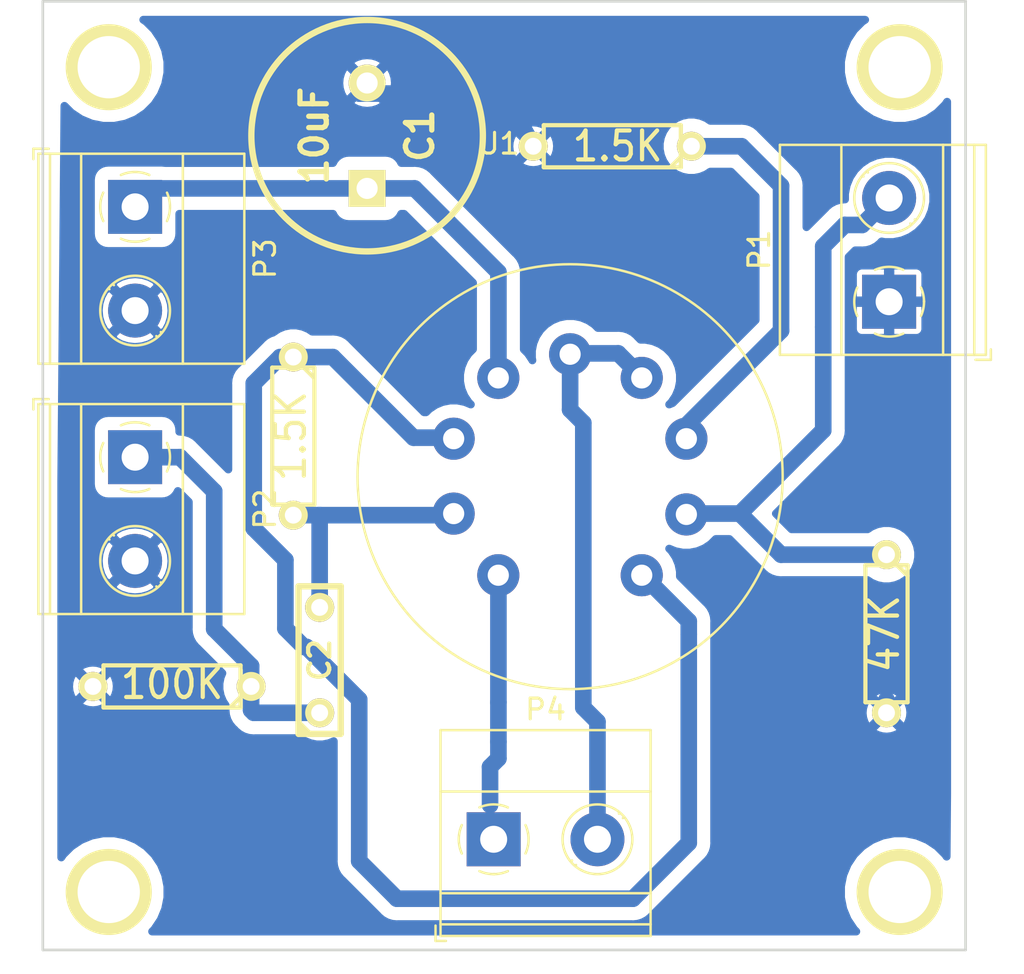
<source format=kicad_pcb>
(kicad_pcb (version 20171130) (host pcbnew "(5.0.0-rc2-151-g11ab8f6dc)")

  (general
    (thickness 1.6002)
    (drawings 4)
    (tracks 66)
    (zones 0)
    (modules 15)
    (nets 14)
  )

  (page A4)
  (layers
    (0 top_cu signal)
    (31 bottom_cu signal)
    (32 B.Adhes user)
    (33 F.Adhes user)
    (34 B.Paste user)
    (35 F.Paste user)
    (36 B.SilkS user)
    (37 F.SilkS user)
    (38 B.Mask user)
    (39 F.Mask user)
    (40 Dwgs.User user)
    (41 Cmts.User user)
    (42 Eco1.User user)
    (43 Eco2.User user)
    (44 Edge.Cuts user)
    (45 Margin user)
    (46 B.CrtYd user)
    (47 F.CrtYd user)
    (48 B.Fab user)
    (49 F.Fab user)
  )

  (setup
    (last_trace_width 0.8)
    (trace_clearance 0.4)
    (zone_clearance 0.635)
    (zone_45_only no)
    (trace_min 0.2)
    (segment_width 0.381)
    (edge_width 0.381)
    (via_size 1.2)
    (via_drill 0.6)
    (via_min_size 0.8)
    (via_min_drill 0.5)
    (uvia_size 0.508)
    (uvia_drill 0.127)
    (uvias_allowed no)
    (uvia_min_size 0.508)
    (uvia_min_drill 0.127)
    (pcb_text_width 0.3048)
    (pcb_text_size 1.524 2.032)
    (mod_edge_width 0.381)
    (mod_text_size 1.524 1.524)
    (mod_text_width 0.3048)
    (pad_size 2.794 1.397)
    (pad_drill 1.9304)
    (pad_to_mask_clearance 0.1)
    (aux_axis_origin 0 0)
    (visible_elements 7FFFFFFF)
    (pcbplotparams
      (layerselection 0x000f0_80000001)
      (usegerberextensions false)
      (usegerberattributes true)
      (usegerberadvancedattributes true)
      (creategerberjobfile true)
      (excludeedgelayer true)
      (linewidth 0.150000)
      (plotframeref false)
      (viasonmask false)
      (mode 1)
      (useauxorigin false)
      (hpglpennumber 1)
      (hpglpenspeed 20)
      (hpglpendiameter 15.000000)
      (psnegative false)
      (psa4output false)
      (plotreference true)
      (plotvalue true)
      (plotinvisibletext false)
      (padsonsilk false)
      (subtractmaskfromsilk false)
      (outputformat 1)
      (mirror false)
      (drillshape 0)
      (scaleselection 1)
      (outputdirectory ""))
  )

  (net 0 "")
  (net 1 GND)
  (net 2 "Net-(C1-Pad1)")
  (net 3 "Net-(C2-Pad1)")
  (net 4 "Net-(C2-Pad2)")
  (net 5 "Net-(P1-Pad2)")
  (net 6 "Net-(P4-Pad1)")
  (net 7 "Net-(P4-Pad2)")
  (net 8 "Net-(R1-Pad1)")
  (net 9 "Net-(R2-Pad1)")
  (net 10 "Net-(P5-Pad1)")
  (net 11 "Net-(P6-Pad1)")
  (net 12 "Net-(P7-Pad1)")
  (net 13 "Net-(P8-Pad1)")

  (net_class Default "Ceci est la Netclass par défaut"
    (clearance 0.4)
    (trace_width 0.8)
    (via_dia 1.2)
    (via_drill 0.6)
    (uvia_dia 0.508)
    (uvia_drill 0.127)
    (add_net GND)
    (add_net "Net-(C1-Pad1)")
    (add_net "Net-(C2-Pad1)")
    (add_net "Net-(C2-Pad2)")
    (add_net "Net-(P1-Pad2)")
    (add_net "Net-(P4-Pad1)")
    (add_net "Net-(P4-Pad2)")
    (add_net "Net-(P5-Pad1)")
    (add_net "Net-(P6-Pad1)")
    (add_net "Net-(P7-Pad1)")
    (add_net "Net-(P8-Pad1)")
    (add_net "Net-(R1-Pad1)")
    (add_net "Net-(R2-Pad1)")
  )

  (module Valve:Valve_ECC-83-1 (layer top_cu) (tedit 5A32B2BA) (tstamp 5A334CCC)
    (at 149.225 113.665)
    (descr "Valve ECC-83-1 round pins")
    (tags "Valve ECC-83-1 round pins")
    (path /48B4F266)
    (fp_text reference U1 (at -3.45 -16) (layer F.SilkS)
      (effects (font (size 1 1) (thickness 0.15)))
    )
    (fp_text value ECC83 (at -3.45 6.68) (layer F.Fab)
      (effects (font (size 1 1) (thickness 0.15)))
    )
    (fp_text user %R (at 0 0.05) (layer F.Fab)
      (effects (font (size 1 1) (thickness 0.15)))
    )
    (fp_circle (center 0 0.05) (end 0 -10.55) (layer F.CrtYd) (width 0.05))
    (fp_circle (center 0 0.05) (end 0 -10.1) (layer F.Fab) (width 0.1))
    (fp_circle (center 0 0.05) (end 10.16 1.32) (layer F.SilkS) (width 0.12))
    (pad 1 thru_hole circle (at 3.45 4.8) (size 2.03 2.03) (drill 1.02) (layers *.Cu *.Mask)
      (net 8 "Net-(R1-Pad1)"))
    (pad 2 thru_hole circle (at 5.6 1.87) (size 2.03 2.03) (drill 1.02) (layers *.Cu *.Mask)
      (net 5 "Net-(P1-Pad2)"))
    (pad 3 thru_hole circle (at 5.6 -1.78) (size 2.03 2.03) (drill 1.02) (layers *.Cu *.Mask)
      (net 9 "Net-(R2-Pad1)"))
    (pad 4 thru_hole circle (at 3.45 -4.71) (size 2.03 2.03) (drill 1.02) (layers *.Cu *.Mask)
      (net 7 "Net-(P4-Pad2)"))
    (pad 5 thru_hole circle (at 0 -5.85) (size 2.03 2.03) (drill 1.02) (layers *.Cu *.Mask)
      (net 7 "Net-(P4-Pad2)"))
    (pad 6 thru_hole circle (at -3.46 -4.71) (size 2.03 2.03) (drill 1.02) (layers *.Cu *.Mask)
      (net 2 "Net-(C1-Pad1)"))
    (pad 7 thru_hole circle (at -5.61 -1.78) (size 2.03 2.03) (drill 1.02) (layers *.Cu *.Mask)
      (net 8 "Net-(R1-Pad1)"))
    (pad 8 thru_hole circle (at -5.61 1.83) (size 2.03 2.03) (drill 1.02) (layers *.Cu *.Mask)
      (net 4 "Net-(C2-Pad2)"))
    (pad 9 thru_hole circle (at -3.46 4.8) (size 2.03 2.03) (drill 1.02) (layers *.Cu *.Mask)
      (net 6 "Net-(P4-Pad1)"))
    (model ${KISYS3DMOD}/Valve.3dshapes/Valve-ECC-83-1.wrl
      (at (xyz 0 0 0))
      (scale (xyz 1 1 1))
      (rotate (xyz 0 0 0))
    )
  )

  (module discret:R3 (layer top_cu) (tedit 54A57B4C) (tstamp 5A33370F)
    (at 130.048 123.825 180)
    (descr "Resitance 3 pas")
    (tags R)
    (path /4549F3AD)
    (autoplace_cost180 10)
    (fp_text reference R3 (at 0 0.127 180) (layer F.SilkS) hide
      (effects (font (size 1.397 1.27) (thickness 0.2032)))
    )
    (fp_text value 100K (at 0 0.127 180) (layer F.SilkS)
      (effects (font (size 1.397 1.27) (thickness 0.2032)))
    )
    (fp_line (start -3.81 0) (end -3.302 0) (layer F.SilkS) (width 0.2032))
    (fp_line (start 3.81 0) (end 3.302 0) (layer F.SilkS) (width 0.2032))
    (fp_line (start 3.302 0) (end 3.302 -1.016) (layer F.SilkS) (width 0.2032))
    (fp_line (start 3.302 -1.016) (end -3.302 -1.016) (layer F.SilkS) (width 0.2032))
    (fp_line (start -3.302 -1.016) (end -3.302 1.016) (layer F.SilkS) (width 0.2032))
    (fp_line (start -3.302 1.016) (end 3.302 1.016) (layer F.SilkS) (width 0.2032))
    (fp_line (start 3.302 1.016) (end 3.302 0) (layer F.SilkS) (width 0.2032))
    (fp_line (start -3.302 -0.508) (end -2.794 -1.016) (layer F.SilkS) (width 0.2032))
    (pad 1 thru_hole circle (at -3.81 0 180) (size 1.397 1.397) (drill 0.8128) (layers *.Cu *.Mask F.SilkS)
      (net 3 "Net-(C2-Pad1)"))
    (pad 2 thru_hole circle (at 3.81 0 180) (size 1.397 1.397) (drill 0.8128) (layers *.Cu *.Mask F.SilkS)
      (net 1 GND))
    (model Discret.3dshapes/R3.wrl
      (at (xyz 0 0 0))
      (scale (xyz 0.3 0.3 0.3))
      (rotate (xyz 0 0 0))
    )
  )

  (module TerminalBlock_Phoenix:TerminalBlock_Phoenix_MKDS-1,5-2_1x02_P5.00mm_Horizontal (layer top_cu) (tedit 5A082035) (tstamp 5A332F3A)
    (at 145.542 131.191)
    (descr "Terminal Block Phoenix MKDS-1,5-2, 2 pins, pitch 05mm, size 10.0x9.8mm^2, drill diamater 1.3mm, pad diameter 2.6mm, see http://www.farnell.com/datasheets/100425.pdf, script-generated using https://github.com/pointhi/kicad-footprint-generator/scripts/TerminalBlock_Phoenix")
    (tags "THT Terminal Block Phoenix MKDS-1.5-2 pitch 05mm size 10.0x9.8mm^2 drill 1.3mm pad 2.6mm")
    (path /456A8ACC)
    (fp_text reference P4 (at 2.5 -6.26) (layer F.SilkS)
      (effects (font (size 1 1) (thickness 0.15)))
    )
    (fp_text value CONN_2 (at 2.5 5.66) (layer F.Fab)
      (effects (font (size 1 1) (thickness 0.15)))
    )
    (fp_text user %R (at 2.5 3.2) (layer F.Fab)
      (effects (font (size 1 1) (thickness 0.15)))
    )
    (fp_line (start 8 -5.75) (end -3 -5.75) (layer F.CrtYd) (width 0.05))
    (fp_line (start 8 5.1) (end 8 -5.75) (layer F.CrtYd) (width 0.05))
    (fp_line (start -3 5.1) (end 8 5.1) (layer F.CrtYd) (width 0.05))
    (fp_line (start -3 -5.75) (end -3 5.1) (layer F.CrtYd) (width 0.05))
    (fp_line (start -2.8 4.9) (end -2.3 4.9) (layer F.SilkS) (width 0.12))
    (fp_line (start -2.8 4.16) (end -2.8 4.9) (layer F.SilkS) (width 0.12))
    (fp_line (start 3.773 1.023) (end 3.726 1.069) (layer F.SilkS) (width 0.12))
    (fp_line (start 6.07 -1.275) (end 6.035 -1.239) (layer F.SilkS) (width 0.12))
    (fp_line (start 3.966 1.239) (end 3.931 1.274) (layer F.SilkS) (width 0.12))
    (fp_line (start 6.275 -1.069) (end 6.228 -1.023) (layer F.SilkS) (width 0.12))
    (fp_line (start 5.955 -1.138) (end 3.863 0.955) (layer F.Fab) (width 0.1))
    (fp_line (start 6.138 -0.955) (end 4.046 1.138) (layer F.Fab) (width 0.1))
    (fp_line (start 0.955 -1.138) (end -1.138 0.955) (layer F.Fab) (width 0.1))
    (fp_line (start 1.138 -0.955) (end -0.955 1.138) (layer F.Fab) (width 0.1))
    (fp_line (start 7.56 -5.261) (end 7.56 4.66) (layer F.SilkS) (width 0.12))
    (fp_line (start -2.56 -5.261) (end -2.56 4.66) (layer F.SilkS) (width 0.12))
    (fp_line (start -2.56 4.66) (end 7.56 4.66) (layer F.SilkS) (width 0.12))
    (fp_line (start -2.56 -5.261) (end 7.56 -5.261) (layer F.SilkS) (width 0.12))
    (fp_line (start -2.56 -2.301) (end 7.56 -2.301) (layer F.SilkS) (width 0.12))
    (fp_line (start -2.5 -2.3) (end 7.5 -2.3) (layer F.Fab) (width 0.1))
    (fp_line (start -2.56 2.6) (end 7.56 2.6) (layer F.SilkS) (width 0.12))
    (fp_line (start -2.5 2.6) (end 7.5 2.6) (layer F.Fab) (width 0.1))
    (fp_line (start -2.56 4.1) (end 7.56 4.1) (layer F.SilkS) (width 0.12))
    (fp_line (start -2.5 4.1) (end 7.5 4.1) (layer F.Fab) (width 0.1))
    (fp_line (start -2.5 4.1) (end -2.5 -5.2) (layer F.Fab) (width 0.1))
    (fp_line (start -2 4.6) (end -2.5 4.1) (layer F.Fab) (width 0.1))
    (fp_line (start 7.5 4.6) (end -2 4.6) (layer F.Fab) (width 0.1))
    (fp_line (start 7.5 -5.2) (end 7.5 4.6) (layer F.Fab) (width 0.1))
    (fp_line (start -2.5 -5.2) (end 7.5 -5.2) (layer F.Fab) (width 0.1))
    (fp_circle (center 5 0) (end 6.68 0) (layer F.SilkS) (width 0.12))
    (fp_circle (center 5 0) (end 6.5 0) (layer F.Fab) (width 0.1))
    (fp_circle (center 0 0) (end 1.5 0) (layer F.Fab) (width 0.1))
    (fp_arc (start 0 0) (end -0.684 1.535) (angle -25) (layer F.SilkS) (width 0.12))
    (fp_arc (start 0 0) (end -1.535 -0.684) (angle -48) (layer F.SilkS) (width 0.12))
    (fp_arc (start 0 0) (end 0.684 -1.535) (angle -48) (layer F.SilkS) (width 0.12))
    (fp_arc (start 0 0) (end 1.535 0.684) (angle -48) (layer F.SilkS) (width 0.12))
    (fp_arc (start 0 0) (end 0 1.68) (angle -24) (layer F.SilkS) (width 0.12))
    (pad 2 thru_hole circle (at 5 0) (size 2.6 2.6) (drill 1.3) (layers *.Cu *.Mask)
      (net 7 "Net-(P4-Pad2)"))
    (pad 1 thru_hole rect (at 0 0) (size 2.6 2.6) (drill 1.3) (layers *.Cu *.Mask)
      (net 6 "Net-(P4-Pad1)"))
    (model ${KISYS3DMOD}/Terminal_Blocks.3dshapes/TerminalBlock_Pheonix_MKDS1.5-2pol.wrl
      (offset (xyz 2.54 0 0))
      (scale (xyz 1 1 1))
      (rotate (xyz 0 0 0))
    )
  )

  (module TerminalBlock_Phoenix:TerminalBlock_Phoenix_MKDS-1,5-2_1x02_P5.00mm_Horizontal (layer top_cu) (tedit 5A082035) (tstamp 5A332F0F)
    (at 128.27 100.711 270)
    (descr "Terminal Block Phoenix MKDS-1,5-2, 2 pins, pitch 05mm, size 10.0x9.8mm^2, drill diamater 1.3mm, pad diameter 2.6mm, see http://www.farnell.com/datasheets/100425.pdf, script-generated using https://github.com/pointhi/kicad-footprint-generator/scripts/TerminalBlock_Phoenix")
    (tags "THT Terminal Block Phoenix MKDS-1.5-2 pitch 05mm size 10.0x9.8mm^2 drill 1.3mm pad 2.6mm")
    (path /4549F4A5)
    (fp_text reference P3 (at 2.5 -6.26 270) (layer F.SilkS)
      (effects (font (size 1 1) (thickness 0.15)))
    )
    (fp_text value POWER (at 2.5 5.66 270) (layer F.Fab)
      (effects (font (size 1 1) (thickness 0.15)))
    )
    (fp_arc (start 0 0) (end 0 1.68) (angle -24) (layer F.SilkS) (width 0.12))
    (fp_arc (start 0 0) (end 1.535 0.684) (angle -48) (layer F.SilkS) (width 0.12))
    (fp_arc (start 0 0) (end 0.684 -1.535) (angle -48) (layer F.SilkS) (width 0.12))
    (fp_arc (start 0 0) (end -1.535 -0.684) (angle -48) (layer F.SilkS) (width 0.12))
    (fp_arc (start 0 0) (end -0.684 1.535) (angle -25) (layer F.SilkS) (width 0.12))
    (fp_circle (center 0 0) (end 1.5 0) (layer F.Fab) (width 0.1))
    (fp_circle (center 5 0) (end 6.5 0) (layer F.Fab) (width 0.1))
    (fp_circle (center 5 0) (end 6.68 0) (layer F.SilkS) (width 0.12))
    (fp_line (start -2.5 -5.2) (end 7.5 -5.2) (layer F.Fab) (width 0.1))
    (fp_line (start 7.5 -5.2) (end 7.5 4.6) (layer F.Fab) (width 0.1))
    (fp_line (start 7.5 4.6) (end -2 4.6) (layer F.Fab) (width 0.1))
    (fp_line (start -2 4.6) (end -2.5 4.1) (layer F.Fab) (width 0.1))
    (fp_line (start -2.5 4.1) (end -2.5 -5.2) (layer F.Fab) (width 0.1))
    (fp_line (start -2.5 4.1) (end 7.5 4.1) (layer F.Fab) (width 0.1))
    (fp_line (start -2.56 4.1) (end 7.56 4.1) (layer F.SilkS) (width 0.12))
    (fp_line (start -2.5 2.6) (end 7.5 2.6) (layer F.Fab) (width 0.1))
    (fp_line (start -2.56 2.6) (end 7.56 2.6) (layer F.SilkS) (width 0.12))
    (fp_line (start -2.5 -2.3) (end 7.5 -2.3) (layer F.Fab) (width 0.1))
    (fp_line (start -2.56 -2.301) (end 7.56 -2.301) (layer F.SilkS) (width 0.12))
    (fp_line (start -2.56 -5.261) (end 7.56 -5.261) (layer F.SilkS) (width 0.12))
    (fp_line (start -2.56 4.66) (end 7.56 4.66) (layer F.SilkS) (width 0.12))
    (fp_line (start -2.56 -5.261) (end -2.56 4.66) (layer F.SilkS) (width 0.12))
    (fp_line (start 7.56 -5.261) (end 7.56 4.66) (layer F.SilkS) (width 0.12))
    (fp_line (start 1.138 -0.955) (end -0.955 1.138) (layer F.Fab) (width 0.1))
    (fp_line (start 0.955 -1.138) (end -1.138 0.955) (layer F.Fab) (width 0.1))
    (fp_line (start 6.138 -0.955) (end 4.046 1.138) (layer F.Fab) (width 0.1))
    (fp_line (start 5.955 -1.138) (end 3.863 0.955) (layer F.Fab) (width 0.1))
    (fp_line (start 6.275 -1.069) (end 6.228 -1.023) (layer F.SilkS) (width 0.12))
    (fp_line (start 3.966 1.239) (end 3.931 1.274) (layer F.SilkS) (width 0.12))
    (fp_line (start 6.07 -1.275) (end 6.035 -1.239) (layer F.SilkS) (width 0.12))
    (fp_line (start 3.773 1.023) (end 3.726 1.069) (layer F.SilkS) (width 0.12))
    (fp_line (start -2.8 4.16) (end -2.8 4.9) (layer F.SilkS) (width 0.12))
    (fp_line (start -2.8 4.9) (end -2.3 4.9) (layer F.SilkS) (width 0.12))
    (fp_line (start -3 -5.75) (end -3 5.1) (layer F.CrtYd) (width 0.05))
    (fp_line (start -3 5.1) (end 8 5.1) (layer F.CrtYd) (width 0.05))
    (fp_line (start 8 5.1) (end 8 -5.75) (layer F.CrtYd) (width 0.05))
    (fp_line (start 8 -5.75) (end -3 -5.75) (layer F.CrtYd) (width 0.05))
    (fp_text user %R (at 2.5 3.2 270) (layer F.Fab)
      (effects (font (size 1 1) (thickness 0.15)))
    )
    (pad 1 thru_hole rect (at 0 0 270) (size 2.6 2.6) (drill 1.3) (layers *.Cu *.Mask)
      (net 2 "Net-(C1-Pad1)"))
    (pad 2 thru_hole circle (at 5 0 270) (size 2.6 2.6) (drill 1.3) (layers *.Cu *.Mask)
      (net 1 GND))
    (model ${KISYS3DMOD}/Terminal_Blocks.3dshapes/TerminalBlock_Pheonix_MKDS1.5-2pol.wrl
      (offset (xyz 2.54 0 0))
      (scale (xyz 1 1 1))
      (rotate (xyz 0 0 0))
    )
  )

  (module TerminalBlock_Phoenix:TerminalBlock_Phoenix_MKDS-1,5-2_1x02_P5.00mm_Horizontal (layer top_cu) (tedit 5A082035) (tstamp 5A332EE4)
    (at 128.27 112.776 270)
    (descr "Terminal Block Phoenix MKDS-1,5-2, 2 pins, pitch 05mm, size 10.0x9.8mm^2, drill diamater 1.3mm, pad diameter 2.6mm, see http://www.farnell.com/datasheets/100425.pdf, script-generated using https://github.com/pointhi/kicad-footprint-generator/scripts/TerminalBlock_Phoenix")
    (tags "THT Terminal Block Phoenix MKDS-1.5-2 pitch 05mm size 10.0x9.8mm^2 drill 1.3mm pad 2.6mm")
    (path /4549F46C)
    (fp_text reference P2 (at 2.5 -6.26 270) (layer F.SilkS)
      (effects (font (size 1 1) (thickness 0.15)))
    )
    (fp_text value OUT (at 2.5 5.66 270) (layer F.Fab)
      (effects (font (size 1 1) (thickness 0.15)))
    )
    (fp_text user %R (at 2.5 3.2 270) (layer F.Fab)
      (effects (font (size 1 1) (thickness 0.15)))
    )
    (fp_line (start 8 -5.75) (end -3 -5.75) (layer F.CrtYd) (width 0.05))
    (fp_line (start 8 5.1) (end 8 -5.75) (layer F.CrtYd) (width 0.05))
    (fp_line (start -3 5.1) (end 8 5.1) (layer F.CrtYd) (width 0.05))
    (fp_line (start -3 -5.75) (end -3 5.1) (layer F.CrtYd) (width 0.05))
    (fp_line (start -2.8 4.9) (end -2.3 4.9) (layer F.SilkS) (width 0.12))
    (fp_line (start -2.8 4.16) (end -2.8 4.9) (layer F.SilkS) (width 0.12))
    (fp_line (start 3.773 1.023) (end 3.726 1.069) (layer F.SilkS) (width 0.12))
    (fp_line (start 6.07 -1.275) (end 6.035 -1.239) (layer F.SilkS) (width 0.12))
    (fp_line (start 3.966 1.239) (end 3.931 1.274) (layer F.SilkS) (width 0.12))
    (fp_line (start 6.275 -1.069) (end 6.228 -1.023) (layer F.SilkS) (width 0.12))
    (fp_line (start 5.955 -1.138) (end 3.863 0.955) (layer F.Fab) (width 0.1))
    (fp_line (start 6.138 -0.955) (end 4.046 1.138) (layer F.Fab) (width 0.1))
    (fp_line (start 0.955 -1.138) (end -1.138 0.955) (layer F.Fab) (width 0.1))
    (fp_line (start 1.138 -0.955) (end -0.955 1.138) (layer F.Fab) (width 0.1))
    (fp_line (start 7.56 -5.261) (end 7.56 4.66) (layer F.SilkS) (width 0.12))
    (fp_line (start -2.56 -5.261) (end -2.56 4.66) (layer F.SilkS) (width 0.12))
    (fp_line (start -2.56 4.66) (end 7.56 4.66) (layer F.SilkS) (width 0.12))
    (fp_line (start -2.56 -5.261) (end 7.56 -5.261) (layer F.SilkS) (width 0.12))
    (fp_line (start -2.56 -2.301) (end 7.56 -2.301) (layer F.SilkS) (width 0.12))
    (fp_line (start -2.5 -2.3) (end 7.5 -2.3) (layer F.Fab) (width 0.1))
    (fp_line (start -2.56 2.6) (end 7.56 2.6) (layer F.SilkS) (width 0.12))
    (fp_line (start -2.5 2.6) (end 7.5 2.6) (layer F.Fab) (width 0.1))
    (fp_line (start -2.56 4.1) (end 7.56 4.1) (layer F.SilkS) (width 0.12))
    (fp_line (start -2.5 4.1) (end 7.5 4.1) (layer F.Fab) (width 0.1))
    (fp_line (start -2.5 4.1) (end -2.5 -5.2) (layer F.Fab) (width 0.1))
    (fp_line (start -2 4.6) (end -2.5 4.1) (layer F.Fab) (width 0.1))
    (fp_line (start 7.5 4.6) (end -2 4.6) (layer F.Fab) (width 0.1))
    (fp_line (start 7.5 -5.2) (end 7.5 4.6) (layer F.Fab) (width 0.1))
    (fp_line (start -2.5 -5.2) (end 7.5 -5.2) (layer F.Fab) (width 0.1))
    (fp_circle (center 5 0) (end 6.68 0) (layer F.SilkS) (width 0.12))
    (fp_circle (center 5 0) (end 6.5 0) (layer F.Fab) (width 0.1))
    (fp_circle (center 0 0) (end 1.5 0) (layer F.Fab) (width 0.1))
    (fp_arc (start 0 0) (end -0.684 1.535) (angle -25) (layer F.SilkS) (width 0.12))
    (fp_arc (start 0 0) (end -1.535 -0.684) (angle -48) (layer F.SilkS) (width 0.12))
    (fp_arc (start 0 0) (end 0.684 -1.535) (angle -48) (layer F.SilkS) (width 0.12))
    (fp_arc (start 0 0) (end 1.535 0.684) (angle -48) (layer F.SilkS) (width 0.12))
    (fp_arc (start 0 0) (end 0 1.68) (angle -24) (layer F.SilkS) (width 0.12))
    (pad 2 thru_hole circle (at 5 0 270) (size 2.6 2.6) (drill 1.3) (layers *.Cu *.Mask)
      (net 1 GND))
    (pad 1 thru_hole rect (at 0 0 270) (size 2.6 2.6) (drill 1.3) (layers *.Cu *.Mask)
      (net 3 "Net-(C2-Pad1)"))
    (model ${KISYS3DMOD}/Terminal_Blocks.3dshapes/TerminalBlock_Pheonix_MKDS1.5-2pol.wrl
      (offset (xyz 2.54 0 0))
      (scale (xyz 1 1 1))
      (rotate (xyz 0 0 0))
    )
  )

  (module TerminalBlock_Phoenix:TerminalBlock_Phoenix_MKDS-1,5-2_1x02_P5.00mm_Horizontal (layer top_cu) (tedit 5A082035) (tstamp 5A332EB9)
    (at 164.592 105.283 90)
    (descr "Terminal Block Phoenix MKDS-1,5-2, 2 pins, pitch 05mm, size 10.0x9.8mm^2, drill diamater 1.3mm, pad diameter 2.6mm, see http://www.farnell.com/datasheets/100425.pdf, script-generated using https://github.com/pointhi/kicad-footprint-generator/scripts/TerminalBlock_Phoenix")
    (tags "THT Terminal Block Phoenix MKDS-1.5-2 pitch 05mm size 10.0x9.8mm^2 drill 1.3mm pad 2.6mm")
    (path /4549F464)
    (fp_text reference P1 (at 2.5 -6.26 90) (layer F.SilkS)
      (effects (font (size 1 1) (thickness 0.15)))
    )
    (fp_text value IN (at 2.5 5.66 90) (layer F.Fab)
      (effects (font (size 1 1) (thickness 0.15)))
    )
    (fp_arc (start 0 0) (end 0 1.68) (angle -24) (layer F.SilkS) (width 0.12))
    (fp_arc (start 0 0) (end 1.535 0.684) (angle -48) (layer F.SilkS) (width 0.12))
    (fp_arc (start 0 0) (end 0.684 -1.535) (angle -48) (layer F.SilkS) (width 0.12))
    (fp_arc (start 0 0) (end -1.535 -0.684) (angle -48) (layer F.SilkS) (width 0.12))
    (fp_arc (start 0 0) (end -0.684 1.535) (angle -25) (layer F.SilkS) (width 0.12))
    (fp_circle (center 0 0) (end 1.5 0) (layer F.Fab) (width 0.1))
    (fp_circle (center 5 0) (end 6.5 0) (layer F.Fab) (width 0.1))
    (fp_circle (center 5 0) (end 6.68 0) (layer F.SilkS) (width 0.12))
    (fp_line (start -2.5 -5.2) (end 7.5 -5.2) (layer F.Fab) (width 0.1))
    (fp_line (start 7.5 -5.2) (end 7.5 4.6) (layer F.Fab) (width 0.1))
    (fp_line (start 7.5 4.6) (end -2 4.6) (layer F.Fab) (width 0.1))
    (fp_line (start -2 4.6) (end -2.5 4.1) (layer F.Fab) (width 0.1))
    (fp_line (start -2.5 4.1) (end -2.5 -5.2) (layer F.Fab) (width 0.1))
    (fp_line (start -2.5 4.1) (end 7.5 4.1) (layer F.Fab) (width 0.1))
    (fp_line (start -2.56 4.1) (end 7.56 4.1) (layer F.SilkS) (width 0.12))
    (fp_line (start -2.5 2.6) (end 7.5 2.6) (layer F.Fab) (width 0.1))
    (fp_line (start -2.56 2.6) (end 7.56 2.6) (layer F.SilkS) (width 0.12))
    (fp_line (start -2.5 -2.3) (end 7.5 -2.3) (layer F.Fab) (width 0.1))
    (fp_line (start -2.56 -2.301) (end 7.56 -2.301) (layer F.SilkS) (width 0.12))
    (fp_line (start -2.56 -5.261) (end 7.56 -5.261) (layer F.SilkS) (width 0.12))
    (fp_line (start -2.56 4.66) (end 7.56 4.66) (layer F.SilkS) (width 0.12))
    (fp_line (start -2.56 -5.261) (end -2.56 4.66) (layer F.SilkS) (width 0.12))
    (fp_line (start 7.56 -5.261) (end 7.56 4.66) (layer F.SilkS) (width 0.12))
    (fp_line (start 1.138 -0.955) (end -0.955 1.138) (layer F.Fab) (width 0.1))
    (fp_line (start 0.955 -1.138) (end -1.138 0.955) (layer F.Fab) (width 0.1))
    (fp_line (start 6.138 -0.955) (end 4.046 1.138) (layer F.Fab) (width 0.1))
    (fp_line (start 5.955 -1.138) (end 3.863 0.955) (layer F.Fab) (width 0.1))
    (fp_line (start 6.275 -1.069) (end 6.228 -1.023) (layer F.SilkS) (width 0.12))
    (fp_line (start 3.966 1.239) (end 3.931 1.274) (layer F.SilkS) (width 0.12))
    (fp_line (start 6.07 -1.275) (end 6.035 -1.239) (layer F.SilkS) (width 0.12))
    (fp_line (start 3.773 1.023) (end 3.726 1.069) (layer F.SilkS) (width 0.12))
    (fp_line (start -2.8 4.16) (end -2.8 4.9) (layer F.SilkS) (width 0.12))
    (fp_line (start -2.8 4.9) (end -2.3 4.9) (layer F.SilkS) (width 0.12))
    (fp_line (start -3 -5.75) (end -3 5.1) (layer F.CrtYd) (width 0.05))
    (fp_line (start -3 5.1) (end 8 5.1) (layer F.CrtYd) (width 0.05))
    (fp_line (start 8 5.1) (end 8 -5.75) (layer F.CrtYd) (width 0.05))
    (fp_line (start 8 -5.75) (end -3 -5.75) (layer F.CrtYd) (width 0.05))
    (fp_text user %R (at 2.5 3.2 90) (layer F.Fab)
      (effects (font (size 1 1) (thickness 0.15)))
    )
    (pad 1 thru_hole rect (at 0 0 90) (size 2.6 2.6) (drill 1.3) (layers *.Cu *.Mask)
      (net 1 GND))
    (pad 2 thru_hole circle (at 5 0 90) (size 2.6 2.6) (drill 1.3) (layers *.Cu *.Mask)
      (net 5 "Net-(P1-Pad2)"))
    (model ${KISYS3DMOD}/Terminal_Blocks.3dshapes/TerminalBlock_Pheonix_MKDS1.5-2pol.wrl
      (offset (xyz 2.54 0 0))
      (scale (xyz 1 1 1))
      (rotate (xyz 0 0 0))
    )
  )

  (module discret:C2V10 (layer top_cu) (tedit 54A57B4C) (tstamp 54A581E5)
    (at 139.446 97.282 90)
    (descr "Condensateur polarise")
    (tags CP)
    (path /4549F4BE)
    (fp_text reference C1 (at 0 2.54 90) (layer F.SilkS)
      (effects (font (size 1.27 1.27) (thickness 0.254)))
    )
    (fp_text value 10uF (at 0 -2.54 90) (layer F.SilkS)
      (effects (font (size 1.27 1.27) (thickness 0.254)))
    )
    (fp_circle (center 0 0) (end 4.826 -2.794) (layer F.SilkS) (width 0.3048))
    (pad 1 thru_hole rect (at -2.54 0 90) (size 1.778 1.778) (drill 1.016) (layers *.Cu *.Mask F.SilkS)
      (net 2 "Net-(C1-Pad1)"))
    (pad 2 thru_hole circle (at 2.54 0 90) (size 1.778 1.778) (drill 1.016) (layers *.Cu *.Mask F.SilkS)
      (net 1 GND))
    (model Discret.3dshapes/C2V10.wrl
      (at (xyz 0 0 0))
      (scale (xyz 1 1 1))
      (rotate (xyz 0 0 0))
    )
  )

  (module discret:C2 (layer top_cu) (tedit 54A57B4C) (tstamp 54A581EA)
    (at 137.16 122.555 90)
    (descr "Condensateur = 2 pas")
    (tags C)
    (path /4549F3BE)
    (fp_text reference C2 (at 0 0 90) (layer F.SilkS)
      (effects (font (size 1.016 1.016) (thickness 0.2032)))
    )
    (fp_text value 680nF (at 0 0 90) (layer F.SilkS) hide
      (effects (font (size 1.016 1.016) (thickness 0.2032)))
    )
    (fp_line (start -3.556 -1.016) (end 3.556 -1.016) (layer F.SilkS) (width 0.3048))
    (fp_line (start 3.556 -1.016) (end 3.556 1.016) (layer F.SilkS) (width 0.3048))
    (fp_line (start 3.556 1.016) (end -3.556 1.016) (layer F.SilkS) (width 0.3048))
    (fp_line (start -3.556 1.016) (end -3.556 -1.016) (layer F.SilkS) (width 0.3048))
    (fp_line (start -3.556 -0.508) (end -3.048 -1.016) (layer F.SilkS) (width 0.3048))
    (pad 1 thru_hole circle (at -2.54 0 90) (size 1.397 1.397) (drill 0.8128) (layers *.Cu *.Mask F.SilkS)
      (net 3 "Net-(C2-Pad1)"))
    (pad 2 thru_hole circle (at 2.54 0 90) (size 1.397 1.397) (drill 0.8128) (layers *.Cu *.Mask F.SilkS)
      (net 4 "Net-(C2-Pad2)"))
    (model Discret.3dshapes/C2.wrl
      (at (xyz 0 0 0))
      (scale (xyz 1 1 1))
      (rotate (xyz 0 0 0))
    )
  )

  (module connect:1pin (layer top_cu) (tedit 54A588DF) (tstamp 54A58203)
    (at 127 93.98)
    (descr "module 1 pin (ou trou mecanique de percage)")
    (tags DEV)
    (path /54A5890A)
    (fp_text reference P5 (at 0 -3) (layer F.SilkS) hide
      (effects (font (size 1 1) (thickness 0.15)))
    )
    (fp_text value CONN_1 (at 0 2) (layer F.SilkS) hide
      (effects (font (size 1 1) (thickness 0.15)))
    )
    (fp_circle (center 0 0) (end 0 -2) (layer F.SilkS) (width 0.15))
    (pad 1 thru_hole circle (at 0 0) (size 4 4) (drill 3) (layers *.Cu *.Mask F.SilkS)
      (net 10 "Net-(P5-Pad1)"))
  )

  (module connect:1pin (layer top_cu) (tedit 54A588E7) (tstamp 54A58207)
    (at 165.1 93.98)
    (descr "module 1 pin (ou trou mecanique de percage)")
    (tags DEV)
    (path /54A58C65)
    (fp_text reference P6 (at 0 -3) (layer F.SilkS) hide
      (effects (font (size 1 1) (thickness 0.15)))
    )
    (fp_text value CONN_1 (at 0 2) (layer F.SilkS) hide
      (effects (font (size 1 1) (thickness 0.15)))
    )
    (fp_circle (center 0 0) (end 0 -2) (layer F.SilkS) (width 0.15))
    (pad 1 thru_hole circle (at 0 0) (size 4 4) (drill 3) (layers *.Cu *.Mask F.SilkS)
      (net 11 "Net-(P6-Pad1)"))
  )

  (module connect:1pin (layer top_cu) (tedit 54A588EE) (tstamp 54A5820B)
    (at 165.1 133.731)
    (descr "module 1 pin (ou trou mecanique de percage)")
    (tags DEV)
    (path /54A58C8A)
    (fp_text reference P7 (at 0 -3) (layer F.SilkS) hide
      (effects (font (size 1 1) (thickness 0.15)))
    )
    (fp_text value CONN_1 (at 0 2) (layer F.SilkS) hide
      (effects (font (size 1 1) (thickness 0.15)))
    )
    (fp_circle (center 0 0) (end 0 -2) (layer F.SilkS) (width 0.15))
    (pad 1 thru_hole circle (at 0 0) (size 4 4) (drill 3) (layers *.Cu *.Mask F.SilkS)
      (net 12 "Net-(P7-Pad1)"))
  )

  (module connect:1pin (layer top_cu) (tedit 54A588F3) (tstamp 54A5820F)
    (at 127 133.731)
    (descr "module 1 pin (ou trou mecanique de percage)")
    (tags DEV)
    (path /54A58CA3)
    (fp_text reference P8 (at 0 -3) (layer F.SilkS) hide
      (effects (font (size 1 1) (thickness 0.15)))
    )
    (fp_text value CONN_1 (at 0 2) (layer F.SilkS) hide
      (effects (font (size 1 1) (thickness 0.15)))
    )
    (fp_circle (center 0 0) (end 0 -2) (layer F.SilkS) (width 0.15))
    (pad 1 thru_hole circle (at 0 0) (size 4 4) (drill 3) (layers *.Cu *.Mask F.SilkS)
      (net 13 "Net-(P8-Pad1)"))
  )

  (module discret:R3 (layer top_cu) (tedit 54A57B4C) (tstamp 54A58213)
    (at 135.89 111.76 270)
    (descr "Resitance 3 pas")
    (tags R)
    (path /4549F38A)
    (autoplace_cost180 10)
    (fp_text reference R1 (at 0 0.127 270) (layer F.SilkS) hide
      (effects (font (size 1.397 1.27) (thickness 0.2032)))
    )
    (fp_text value 1.5K (at 0 0.127 270) (layer F.SilkS)
      (effects (font (size 1.397 1.27) (thickness 0.2032)))
    )
    (fp_line (start -3.81 0) (end -3.302 0) (layer F.SilkS) (width 0.2032))
    (fp_line (start 3.81 0) (end 3.302 0) (layer F.SilkS) (width 0.2032))
    (fp_line (start 3.302 0) (end 3.302 -1.016) (layer F.SilkS) (width 0.2032))
    (fp_line (start 3.302 -1.016) (end -3.302 -1.016) (layer F.SilkS) (width 0.2032))
    (fp_line (start -3.302 -1.016) (end -3.302 1.016) (layer F.SilkS) (width 0.2032))
    (fp_line (start -3.302 1.016) (end 3.302 1.016) (layer F.SilkS) (width 0.2032))
    (fp_line (start 3.302 1.016) (end 3.302 0) (layer F.SilkS) (width 0.2032))
    (fp_line (start -3.302 -0.508) (end -2.794 -1.016) (layer F.SilkS) (width 0.2032))
    (pad 1 thru_hole circle (at -3.81 0 270) (size 1.397 1.397) (drill 0.8128) (layers *.Cu *.Mask F.SilkS)
      (net 8 "Net-(R1-Pad1)"))
    (pad 2 thru_hole circle (at 3.81 0 270) (size 1.397 1.397) (drill 0.8128) (layers *.Cu *.Mask F.SilkS)
      (net 4 "Net-(C2-Pad2)"))
    (model Discret.3dshapes/R3.wrl
      (at (xyz 0 0 0))
      (scale (xyz 0.3 0.3 0.3))
      (rotate (xyz 0 0 0))
    )
  )

  (module discret:R3 (layer top_cu) (tedit 54A57B4C) (tstamp 54A58218)
    (at 151.257 97.79 180)
    (descr "Resitance 3 pas")
    (tags R)
    (path /4549F39D)
    (autoplace_cost180 10)
    (fp_text reference R2 (at 0 1.905) (layer F.SilkS) hide
      (effects (font (size 1.397 1.27) (thickness 0.2032)))
    )
    (fp_text value 1.5K (at -0.254 0) (layer F.SilkS)
      (effects (font (size 1.397 1.27) (thickness 0.2032)))
    )
    (fp_line (start -3.81 0) (end -3.302 0) (layer F.SilkS) (width 0.2032))
    (fp_line (start 3.81 0) (end 3.302 0) (layer F.SilkS) (width 0.2032))
    (fp_line (start 3.302 0) (end 3.302 -1.016) (layer F.SilkS) (width 0.2032))
    (fp_line (start 3.302 -1.016) (end -3.302 -1.016) (layer F.SilkS) (width 0.2032))
    (fp_line (start -3.302 -1.016) (end -3.302 1.016) (layer F.SilkS) (width 0.2032))
    (fp_line (start -3.302 1.016) (end 3.302 1.016) (layer F.SilkS) (width 0.2032))
    (fp_line (start 3.302 1.016) (end 3.302 0) (layer F.SilkS) (width 0.2032))
    (fp_line (start -3.302 -0.508) (end -2.794 -1.016) (layer F.SilkS) (width 0.2032))
    (pad 1 thru_hole circle (at -3.81 0 180) (size 1.397 1.397) (drill 0.8128) (layers *.Cu *.Mask F.SilkS)
      (net 9 "Net-(R2-Pad1)"))
    (pad 2 thru_hole circle (at 3.81 0 180) (size 1.397 1.397) (drill 0.8128) (layers *.Cu *.Mask F.SilkS)
      (net 1 GND))
    (model Discret.3dshapes/R3.wrl
      (at (xyz 0 0 0))
      (scale (xyz 0.3 0.3 0.3))
      (rotate (xyz 0 0 0))
    )
  )

  (module discret:R3 (layer top_cu) (tedit 54A57B4C) (tstamp 54A58222)
    (at 164.465 121.285 270)
    (descr "Resitance 3 pas")
    (tags R)
    (path /4549F3A2)
    (autoplace_cost180 10)
    (fp_text reference R4 (at 0.254 2.286 270) (layer F.SilkS) hide
      (effects (font (size 1.397 1.27) (thickness 0.2032)))
    )
    (fp_text value 47K (at 0 0.127 270) (layer F.SilkS)
      (effects (font (size 1.397 1.27) (thickness 0.2032)))
    )
    (fp_line (start -3.81 0) (end -3.302 0) (layer F.SilkS) (width 0.2032))
    (fp_line (start 3.81 0) (end 3.302 0) (layer F.SilkS) (width 0.2032))
    (fp_line (start 3.302 0) (end 3.302 -1.016) (layer F.SilkS) (width 0.2032))
    (fp_line (start 3.302 -1.016) (end -3.302 -1.016) (layer F.SilkS) (width 0.2032))
    (fp_line (start -3.302 -1.016) (end -3.302 1.016) (layer F.SilkS) (width 0.2032))
    (fp_line (start -3.302 1.016) (end 3.302 1.016) (layer F.SilkS) (width 0.2032))
    (fp_line (start 3.302 1.016) (end 3.302 0) (layer F.SilkS) (width 0.2032))
    (fp_line (start -3.302 -0.508) (end -2.794 -1.016) (layer F.SilkS) (width 0.2032))
    (pad 1 thru_hole circle (at -3.81 0 270) (size 1.397 1.397) (drill 0.8128) (layers *.Cu *.Mask F.SilkS)
      (net 5 "Net-(P1-Pad2)"))
    (pad 2 thru_hole circle (at 3.81 0 270) (size 1.397 1.397) (drill 0.8128) (layers *.Cu *.Mask F.SilkS)
      (net 1 GND))
    (model Discret.3dshapes/R3.wrl
      (at (xyz 0 0 0))
      (scale (xyz 0.3 0.3 0.3))
      (rotate (xyz 0 0 0))
    )
  )

  (gr_line (start 123.825 136.525) (end 168.275 136.525) (angle 90) (layer Edge.Cuts) (width 0.127))
  (gr_line (start 168.275 90.805) (end 123.825 90.805) (angle 90) (layer Edge.Cuts) (width 0.127))
  (gr_line (start 168.275 90.805) (end 168.275 136.525) (angle 90) (layer Edge.Cuts) (width 0.127) (tstamp 5A3345B3))
  (gr_line (start 123.825 90.805) (end 123.825 136.525) (angle 90) (layer Edge.Cuts) (width 0.127))

  (segment (start 142.24 95.25) (end 146.05 95.25) (width 0.8) (layer bottom_cu) (net 1))
  (segment (start 164.465 125.095) (end 164.465 124.46) (width 0.8) (layer bottom_cu) (net 1) (status 800))
  (segment (start 147.447 97.79) (end 146.05 95.25) (width 0.8) (layer bottom_cu) (net 1) (status 10))
  (segment (start 139.065 95.25) (end 142.24 95.25) (width 0.8) (layer bottom_cu) (net 1))
  (segment (start 139.446 94.742) (end 139.065 95.25) (width 0.8) (layer bottom_cu) (net 1) (status 810))
  (segment (start 139.446 99.822) (end 129.159 99.822) (width 0.8) (layer bottom_cu) (net 2))
  (segment (start 129.159 99.822) (end 128.27 100.711) (width 0.8) (layer bottom_cu) (net 2))
  (segment (start 145.7706 108.91012) (end 145.7706 103.8606) (width 0.8) (layer bottom_cu) (net 2))
  (segment (start 145.7706 103.8606) (end 141.732 99.822) (width 0.8) (layer bottom_cu) (net 2))
  (segment (start 141.732 99.822) (end 139.446 99.822) (width 0.8) (layer bottom_cu) (net 2))
  (segment (start 132.08 121.059172) (end 132.08 114.4224) (width 0.8) (layer bottom_cu) (net 3))
  (segment (start 132.08 114.4224) (end 130.4336 112.776) (width 0.8) (layer bottom_cu) (net 3))
  (segment (start 130.4336 112.776) (end 128.27 112.776) (width 0.8) (layer bottom_cu) (net 3))
  (segment (start 133.858 123.825) (end 133.858 122.837172) (width 0.8) (layer bottom_cu) (net 3))
  (segment (start 133.858 122.837172) (end 132.08 121.059172) (width 0.8) (layer bottom_cu) (net 3))
  (segment (start 133.985 125.095) (end 133.858 124.968) (width 0.8) (layer bottom_cu) (net 3))
  (segment (start 133.858 124.968) (end 133.858 123.825) (width 0.8) (layer bottom_cu) (net 3))
  (segment (start 137.16 125.095) (end 133.985 125.095) (width 0.8) (layer bottom_cu) (net 3))
  (segment (start 137.16 120.015) (end 137.16 115.57) (width 0.8) (layer bottom_cu) (net 4))
  (segment (start 135.89 115.57) (end 137.16 115.57) (width 0.8) (layer bottom_cu) (net 4))
  (segment (start 137.16 115.57) (end 143.49984 115.57) (width 0.8) (layer bottom_cu) (net 4))
  (segment (start 143.49984 115.57) (end 143.61668 115.45316) (width 0.8) (layer bottom_cu) (net 4))
  (segment (start 162.450001 101.582999) (end 161.417 102.616) (width 0.8) (layer bottom_cu) (net 5))
  (segment (start 161.417 102.616) (end 161.417 106.506) (width 0.8) (layer bottom_cu) (net 5))
  (segment (start 164.592 100.283) (end 163.292001 101.582999) (width 0.8) (layer bottom_cu) (net 5))
  (segment (start 163.292001 101.582999) (end 162.450001 101.582999) (width 0.8) (layer bottom_cu) (net 5))
  (segment (start 161.417 106.506) (end 161.417 111.4806) (width 0.8) (layer bottom_cu) (net 5))
  (segment (start 161.417 111.4806) (end 157.4038 115.4938) (width 0.8) (layer bottom_cu) (net 5))
  (segment (start 159.385 117.475) (end 164.465 117.475) (width 0.8) (layer bottom_cu) (net 5) (status 400))
  (segment (start 154.83332 115.4938) (end 157.4038 115.4938) (width 0.8) (layer bottom_cu) (net 5) (status 800))
  (segment (start 157.4038 115.4938) (end 159.385 117.475) (width 0.8) (layer bottom_cu) (net 5))
  (segment (start 145.7706 118.41988) (end 145.7706 124.587) (width 0.8) (layer bottom_cu) (net 6))
  (segment (start 145.7706 124.587) (end 145.7706 126.492) (width 0.8) (layer bottom_cu) (net 6))
  (segment (start 145.368 129.54) (end 145.368 127.701523) (width 0.8) (layer bottom_cu) (net 6))
  (segment (start 145.368 127.701523) (end 145.7706 127.298923) (width 0.8) (layer bottom_cu) (net 6))
  (segment (start 145.7706 127.298923) (end 145.7706 126.492) (width 0.8) (layer bottom_cu) (net 6))
  (segment (start 149.86 111.125) (end 149.86 124.841) (width 0.8) (layer bottom_cu) (net 7))
  (segment (start 150.542 131.191) (end 150.542 125.523) (width 0.8) (layer bottom_cu) (net 7))
  (segment (start 150.542 125.523) (end 149.86 124.841) (width 0.8) (layer bottom_cu) (net 7))
  (segment (start 149.225 110.49) (end 149.86 111.125) (width 0.8) (layer bottom_cu) (net 7))
  (segment (start 149.225 107.7722) (end 149.225 110.49) (width 0.8) (layer bottom_cu) (net 7) (status 800))
  (segment (start 149.225 107.7722) (end 151.54148 107.7722) (width 0.8) (layer bottom_cu) (net 7) (status 800))
  (segment (start 151.54148 107.7722) (end 152.6794 108.91012) (width 0.8) (layer bottom_cu) (net 7) (status 400))
  (segment (start 139.065 132.240853) (end 140.879459 134.055312) (width 0.8) (layer bottom_cu) (net 8))
  (segment (start 135.509 121.031) (end 136.398 121.92) (width 0.8) (layer bottom_cu) (net 8))
  (segment (start 139.065 124.46) (end 139.065 132.240853) (width 0.8) (layer bottom_cu) (net 8))
  (segment (start 135.89 107.95) (end 135.255 107.95) (width 0.8) (layer bottom_cu) (net 8))
  (segment (start 136.525 121.92) (end 139.065 124.46) (width 0.8) (layer bottom_cu) (net 8))
  (segment (start 135.255 107.95) (end 133.985 109.22) (width 0.8) (layer bottom_cu) (net 8))
  (segment (start 136.398 121.92) (end 136.525 121.92) (width 0.8) (layer bottom_cu) (net 8))
  (segment (start 135.509 117.729) (end 135.509 121.031) (width 0.8) (layer bottom_cu) (net 8))
  (segment (start 133.985 109.22) (end 133.985 116.205) (width 0.8) (layer bottom_cu) (net 8))
  (segment (start 133.985 116.205) (end 135.509 117.729) (width 0.8) (layer bottom_cu) (net 8))
  (segment (start 140.879459 134.055312) (end 152.250834 134.055312) (width 0.8) (layer bottom_cu) (net 8))
  (segment (start 152.250834 134.055312) (end 154.94 131.366146) (width 0.8) (layer bottom_cu) (net 8))
  (segment (start 154.94 131.366146) (end 154.94 120.68048) (width 0.8) (layer bottom_cu) (net 8))
  (segment (start 154.94 120.68048) (end 152.6794 118.41988) (width 0.8) (layer bottom_cu) (net 8))
  (segment (start 143.61668 111.8362) (end 141.6812 111.8362) (width 0.8) (layer bottom_cu) (net 8) (status 800))
  (segment (start 141.6812 111.8362) (end 137.795 107.95) (width 0.8) (layer bottom_cu) (net 8))
  (segment (start 135.89 107.95) (end 137.795 107.95) (width 0.8) (layer bottom_cu) (net 8) (status 800))
  (segment (start 154.94 121.31548) (end 154.94 121.31548) (width 0.8) (layer bottom_cu) (net 8))
  (segment (start 154.83332 111.8362) (end 154.83332 111.23168) (width 0.8) (layer bottom_cu) (net 9) (status 800))
  (segment (start 159.385 106.68) (end 159.385 99.695) (width 0.8) (layer bottom_cu) (net 9))
  (segment (start 154.83332 111.23168) (end 159.385 106.68) (width 0.8) (layer bottom_cu) (net 9))
  (segment (start 157.48 97.79) (end 159.385 99.695) (width 0.8) (layer bottom_cu) (net 9))
  (segment (start 155.067 97.79) (end 157.48 97.79) (width 0.8) (layer bottom_cu) (net 9) (status 810))

  (zone (net 1) (net_name GND) (layer bottom_cu) (tstamp 4EED97A2) (hatch edge 0.508)
    (connect_pads (clearance 0.635))
    (min_thickness 0.381)
    (fill yes (arc_segments 32) (thermal_gap 0.254) (thermal_bridge_width 0.50038))
    (polygon
      (pts
        (xy 167.513 136.525) (xy 167.894 91.313) (xy 124.714 91.313) (xy 124.333 136.525)
      )
    )
    (filled_polygon
      (pts
        (xy 163.298849 91.785291) (xy 162.905291 92.178849) (xy 162.596075 92.641624) (xy 162.383083 93.155832) (xy 162.2745 93.701713)
        (xy 162.2745 94.258287) (xy 162.383083 94.804168) (xy 162.596075 95.318376) (xy 162.905291 95.781151) (xy 163.298849 96.174709)
        (xy 163.761624 96.483925) (xy 164.275832 96.696917) (xy 164.821713 96.8055) (xy 165.378287 96.8055) (xy 165.924168 96.696917)
        (xy 166.438376 96.483925) (xy 166.901151 96.174709) (xy 167.294709 95.781151) (xy 167.386 95.644524) (xy 167.386001 128.9888)
        (xy 167.360388 132.028145) (xy 167.294709 131.929849) (xy 166.901151 131.536291) (xy 166.438376 131.227075) (xy 165.924168 131.014083)
        (xy 165.378287 130.9055) (xy 164.821713 130.9055) (xy 164.275832 131.014083) (xy 163.761624 131.227075) (xy 163.298849 131.536291)
        (xy 162.905291 131.929849) (xy 162.596075 132.392624) (xy 162.383083 132.906832) (xy 162.2745 133.452713) (xy 162.2745 134.009287)
        (xy 162.383083 134.555168) (xy 162.596075 135.069376) (xy 162.905291 135.532151) (xy 163.00914 135.636) (xy 129.09086 135.636)
        (xy 129.194709 135.532151) (xy 129.503925 135.069376) (xy 129.716917 134.555168) (xy 129.8255 134.009287) (xy 129.8255 133.452713)
        (xy 129.716917 132.906832) (xy 129.503925 132.392624) (xy 129.194709 131.929849) (xy 128.801151 131.536291) (xy 128.338376 131.227075)
        (xy 127.824168 131.014083) (xy 127.278287 130.9055) (xy 126.721713 130.9055) (xy 126.175832 131.014083) (xy 125.661624 131.227075)
        (xy 125.198849 131.536291) (xy 124.805291 131.929849) (xy 124.714 132.066476) (xy 124.714 124.599548) (xy 125.547867 124.599548)
        (xy 125.612114 124.788009) (xy 125.812013 124.89161) (xy 126.028283 124.954221) (xy 126.252613 124.973438) (xy 126.476382 124.94852)
        (xy 126.69099 124.880426) (xy 126.863886 124.788009) (xy 126.928133 124.599548) (xy 126.238 123.909414) (xy 125.547867 124.599548)
        (xy 124.714 124.599548) (xy 124.714 123.839613) (xy 125.089562 123.839613) (xy 125.11448 124.063382) (xy 125.182574 124.27799)
        (xy 125.274991 124.450886) (xy 125.463452 124.515133) (xy 126.153586 123.825) (xy 126.322414 123.825) (xy 127.012548 124.515133)
        (xy 127.201009 124.450886) (xy 127.30461 124.250987) (xy 127.367221 124.034717) (xy 127.386438 123.810387) (xy 127.36152 123.586618)
        (xy 127.293426 123.37201) (xy 127.201009 123.199114) (xy 127.012548 123.134867) (xy 126.322414 123.825) (xy 126.153586 123.825)
        (xy 125.463452 123.134867) (xy 125.274991 123.199114) (xy 125.17139 123.399013) (xy 125.108779 123.615283) (xy 125.089562 123.839613)
        (xy 124.714 123.839613) (xy 124.714 123.050452) (xy 125.547867 123.050452) (xy 126.238 123.740586) (xy 126.928133 123.050452)
        (xy 126.863886 122.861991) (xy 126.663987 122.75839) (xy 126.447717 122.695779) (xy 126.223387 122.676562) (xy 125.999618 122.70148)
        (xy 125.78501 122.769574) (xy 125.612114 122.861991) (xy 125.547867 123.050452) (xy 124.714 123.050452) (xy 124.714 118.978379)
        (xy 127.152035 118.978379) (xy 127.288535 119.228421) (xy 127.590747 119.391987) (xy 127.919061 119.493452) (xy 128.260863 119.528916)
        (xy 128.603015 119.497017) (xy 128.93237 119.398979) (xy 129.236271 119.238572) (xy 129.251465 119.228421) (xy 129.387965 118.978379)
        (xy 128.27 117.860414) (xy 127.152035 118.978379) (xy 124.714 118.978379) (xy 124.714 117.766863) (xy 126.517084 117.766863)
        (xy 126.548983 118.109015) (xy 126.647021 118.43837) (xy 126.807428 118.742271) (xy 126.817579 118.757465) (xy 127.067621 118.893965)
        (xy 128.185586 117.776) (xy 128.354414 117.776) (xy 129.472379 118.893965) (xy 129.722421 118.757465) (xy 129.885987 118.455253)
        (xy 129.987452 118.126939) (xy 130.022916 117.785137) (xy 129.991017 117.442985) (xy 129.892979 117.11363) (xy 129.732572 116.809729)
        (xy 129.722421 116.794535) (xy 129.472379 116.658035) (xy 128.354414 117.776) (xy 128.185586 117.776) (xy 127.067621 116.658035)
        (xy 126.817579 116.794535) (xy 126.654013 117.096747) (xy 126.552548 117.425061) (xy 126.517084 117.766863) (xy 124.714 117.766863)
        (xy 124.714 116.573621) (xy 127.152035 116.573621) (xy 128.27 117.691586) (xy 129.387965 116.573621) (xy 129.251465 116.323579)
        (xy 128.949253 116.160013) (xy 128.620939 116.058548) (xy 128.279137 116.023084) (xy 127.936985 116.054983) (xy 127.60763 116.153021)
        (xy 127.303729 116.313428) (xy 127.288535 116.323579) (xy 127.152035 116.573621) (xy 124.714 116.573621) (xy 124.714 113.919771)
        (xy 124.773041 106.913379) (xy 127.152035 106.913379) (xy 127.288535 107.163421) (xy 127.590747 107.326987) (xy 127.919061 107.428452)
        (xy 128.260863 107.463916) (xy 128.603015 107.432017) (xy 128.93237 107.333979) (xy 129.236271 107.173572) (xy 129.251465 107.163421)
        (xy 129.387965 106.913379) (xy 128.27 105.795414) (xy 127.152035 106.913379) (xy 124.773041 106.913379) (xy 124.783251 105.701863)
        (xy 126.517084 105.701863) (xy 126.548983 106.044015) (xy 126.647021 106.37337) (xy 126.807428 106.677271) (xy 126.817579 106.692465)
        (xy 127.067621 106.828965) (xy 128.185586 105.711) (xy 128.354414 105.711) (xy 129.472379 106.828965) (xy 129.722421 106.692465)
        (xy 129.885987 106.390253) (xy 129.987452 106.061939) (xy 130.022916 105.720137) (xy 129.991017 105.377985) (xy 129.892979 105.04863)
        (xy 129.732572 104.744729) (xy 129.722421 104.729535) (xy 129.472379 104.593035) (xy 128.354414 105.711) (xy 128.185586 105.711)
        (xy 127.067621 104.593035) (xy 126.817579 104.729535) (xy 126.654013 105.031747) (xy 126.552548 105.360061) (xy 126.517084 105.701863)
        (xy 124.783251 105.701863) (xy 124.793306 104.508621) (xy 127.152035 104.508621) (xy 128.27 105.626586) (xy 129.387965 104.508621)
        (xy 129.251465 104.258579) (xy 128.949253 104.095013) (xy 128.620939 103.993548) (xy 128.279137 103.958084) (xy 127.936985 103.989983)
        (xy 127.60763 104.088021) (xy 127.303729 104.248428) (xy 127.288535 104.258579) (xy 127.152035 104.508621) (xy 124.793306 104.508621)
        (xy 124.836264 99.411) (xy 126.140506 99.411) (xy 126.140506 102.011) (xy 126.156444 102.172826) (xy 126.203647 102.328434)
        (xy 126.280301 102.471842) (xy 126.383459 102.597541) (xy 126.509158 102.700699) (xy 126.652566 102.777353) (xy 126.808174 102.824556)
        (xy 126.97 102.840494) (xy 129.57 102.840494) (xy 129.731826 102.824556) (xy 129.887434 102.777353) (xy 130.030842 102.700699)
        (xy 130.156541 102.597541) (xy 130.259699 102.471842) (xy 130.336353 102.328434) (xy 130.383556 102.172826) (xy 130.399494 102.011)
        (xy 130.399494 101.0475) (xy 137.800838 101.0475) (xy 137.867301 101.171842) (xy 137.970459 101.297541) (xy 138.096158 101.400699)
        (xy 138.239566 101.477353) (xy 138.395174 101.524556) (xy 138.557 101.540494) (xy 140.335 101.540494) (xy 140.496826 101.524556)
        (xy 140.652434 101.477353) (xy 140.795842 101.400699) (xy 140.921541 101.297541) (xy 141.024699 101.171842) (xy 141.091162 101.0475)
        (xy 141.224382 101.0475) (xy 144.545101 104.36822) (xy 144.5451 107.572041) (xy 144.335391 107.78175) (xy 144.13397 108.083197)
        (xy 143.99523 108.418146) (xy 143.9245 108.773727) (xy 143.9245 109.136273) (xy 143.99523 109.491854) (xy 144.13397 109.826803)
        (xy 144.335391 110.12825) (xy 144.442944 110.235803) (xy 144.151854 110.11523) (xy 143.796273 110.0445) (xy 143.433727 110.0445)
        (xy 143.078146 110.11523) (xy 142.743197 110.25397) (xy 142.44175 110.455391) (xy 142.286441 110.6107) (xy 142.188819 110.6107)
        (xy 138.704131 107.126013) (xy 138.665752 107.079248) (xy 138.479145 106.926104) (xy 138.266247 106.812308) (xy 138.03524 106.742233)
        (xy 137.855197 106.7245) (xy 137.795 106.718571) (xy 137.734803 106.7245) (xy 136.799037 106.7245) (xy 136.611885 106.599449)
        (xy 136.334534 106.484566) (xy 136.040101 106.426) (xy 135.739899 106.426) (xy 135.445466 106.484566) (xy 135.168115 106.599449)
        (xy 134.918507 106.766232) (xy 134.911044 106.773695) (xy 134.783753 106.812308) (xy 134.570855 106.926104) (xy 134.384248 107.079248)
        (xy 134.345869 107.126013) (xy 133.161013 108.310869) (xy 133.114248 108.349248) (xy 132.961104 108.535856) (xy 132.847308 108.748754)
        (xy 132.839733 108.773727) (xy 132.777233 108.97976) (xy 132.753571 109.22) (xy 132.7595 109.280197) (xy 132.759501 113.368783)
        (xy 131.342731 111.952013) (xy 131.304352 111.905248) (xy 131.117745 111.752104) (xy 130.904847 111.638308) (xy 130.67384 111.568233)
        (xy 130.493797 111.5505) (xy 130.4336 111.544571) (xy 130.399494 111.54793) (xy 130.399494 111.476) (xy 130.383556 111.314174)
        (xy 130.336353 111.158566) (xy 130.259699 111.015158) (xy 130.156541 110.889459) (xy 130.030842 110.786301) (xy 129.887434 110.709647)
        (xy 129.731826 110.662444) (xy 129.57 110.646506) (xy 126.97 110.646506) (xy 126.808174 110.662444) (xy 126.652566 110.709647)
        (xy 126.509158 110.786301) (xy 126.383459 110.889459) (xy 126.280301 111.015158) (xy 126.203647 111.158566) (xy 126.156444 111.314174)
        (xy 126.140506 111.476) (xy 126.140506 114.076) (xy 126.156444 114.237826) (xy 126.203647 114.393434) (xy 126.280301 114.536842)
        (xy 126.383459 114.662541) (xy 126.509158 114.765699) (xy 126.652566 114.842353) (xy 126.808174 114.889556) (xy 126.97 114.905494)
        (xy 129.57 114.905494) (xy 129.731826 114.889556) (xy 129.887434 114.842353) (xy 130.030842 114.765699) (xy 130.156541 114.662541)
        (xy 130.259699 114.536842) (xy 130.329931 114.405449) (xy 130.854501 114.930019) (xy 130.8545 120.998975) (xy 130.848571 121.059172)
        (xy 130.8545 121.119368) (xy 130.872233 121.299411) (xy 130.942308 121.530418) (xy 131.056104 121.743316) (xy 131.209248 121.929924)
        (xy 131.256012 121.968302) (xy 132.47329 123.185581) (xy 132.392566 123.380466) (xy 132.334 123.674899) (xy 132.334 123.975101)
        (xy 132.392566 124.269534) (xy 132.507449 124.546885) (xy 132.6325 124.734037) (xy 132.6325 124.907803) (xy 132.626571 124.968)
        (xy 132.6325 125.028196) (xy 132.650233 125.208239) (xy 132.720308 125.439246) (xy 132.834104 125.652144) (xy 132.987248 125.838752)
        (xy 133.034015 125.877133) (xy 133.075867 125.918984) (xy 133.114248 125.965752) (xy 133.300855 126.118896) (xy 133.513753 126.232692)
        (xy 133.74476 126.302767) (xy 133.984999 126.326429) (xy 134.045196 126.3205) (xy 136.250963 126.3205) (xy 136.438115 126.445551)
        (xy 136.715466 126.560434) (xy 137.009899 126.619) (xy 137.310101 126.619) (xy 137.604534 126.560434) (xy 137.8395 126.463107)
        (xy 137.839501 132.180646) (xy 137.833571 132.240853) (xy 137.857233 132.481093) (xy 137.892568 132.597575) (xy 137.927309 132.7121)
        (xy 138.041105 132.924998) (xy 138.194249 133.111605) (xy 138.241008 133.149979) (xy 139.970333 134.879305) (xy 140.008707 134.926064)
        (xy 140.195314 135.079208) (xy 140.334053 135.153366) (xy 140.408211 135.193004) (xy 140.639219 135.263079) (xy 140.879459 135.286741)
        (xy 140.939656 135.280812) (xy 152.190637 135.280812) (xy 152.250834 135.286741) (xy 152.311031 135.280812) (xy 152.491074 135.263079)
        (xy 152.722081 135.193004) (xy 152.934979 135.079208) (xy 153.121586 134.926064) (xy 153.159965 134.879299) (xy 155.763994 132.275271)
        (xy 155.810752 132.236898) (xy 155.963896 132.050291) (xy 156.077692 131.837393) (xy 156.147767 131.606386) (xy 156.1655 131.426343)
        (xy 156.1655 131.426342) (xy 156.171429 131.366147) (xy 156.1655 131.30595) (xy 156.1655 125.869548) (xy 163.774867 125.869548)
        (xy 163.839114 126.058009) (xy 164.039013 126.16161) (xy 164.255283 126.224221) (xy 164.479613 126.243438) (xy 164.703382 126.21852)
        (xy 164.91799 126.150426) (xy 165.090886 126.058009) (xy 165.155133 125.869548) (xy 164.465 125.179414) (xy 163.774867 125.869548)
        (xy 156.1655 125.869548) (xy 156.1655 125.109613) (xy 163.316562 125.109613) (xy 163.34148 125.333382) (xy 163.409574 125.54799)
        (xy 163.501991 125.720886) (xy 163.690452 125.785133) (xy 164.380586 125.095) (xy 164.549414 125.095) (xy 165.239548 125.785133)
        (xy 165.428009 125.720886) (xy 165.53161 125.520987) (xy 165.594221 125.304717) (xy 165.613438 125.080387) (xy 165.58852 124.856618)
        (xy 165.520426 124.64201) (xy 165.428009 124.469114) (xy 165.239548 124.404867) (xy 164.549414 125.095) (xy 164.380586 125.095)
        (xy 163.690452 124.404867) (xy 163.501991 124.469114) (xy 163.39839 124.669013) (xy 163.335779 124.885283) (xy 163.316562 125.109613)
        (xy 156.1655 125.109613) (xy 156.1655 124.320452) (xy 163.774867 124.320452) (xy 164.465 125.010586) (xy 165.155133 124.320452)
        (xy 165.090886 124.131991) (xy 164.890987 124.02839) (xy 164.674717 123.965779) (xy 164.450387 123.946562) (xy 164.226618 123.97148)
        (xy 164.01201 124.039574) (xy 163.839114 124.131991) (xy 163.774867 124.320452) (xy 156.1655 124.320452) (xy 156.1655 121.375677)
        (xy 156.171429 121.31548) (xy 156.1655 121.255283) (xy 156.1655 120.740676) (xy 156.171429 120.680479) (xy 156.147767 120.440239)
        (xy 156.106894 120.3055) (xy 156.077692 120.209233) (xy 155.963896 119.996335) (xy 155.810752 119.809728) (xy 155.763987 119.771349)
        (xy 154.5155 118.522862) (xy 154.5155 118.283727) (xy 154.44477 117.928146) (xy 154.30603 117.593197) (xy 154.104609 117.29175)
        (xy 153.997056 117.184197) (xy 154.288146 117.30477) (xy 154.643727 117.3755) (xy 155.006273 117.3755) (xy 155.361854 117.30477)
        (xy 155.696803 117.16603) (xy 155.99825 116.964609) (xy 156.243559 116.7193) (xy 156.896182 116.7193) (xy 158.475874 118.298993)
        (xy 158.514248 118.345752) (xy 158.700855 118.498896) (xy 158.913753 118.612692) (xy 159.065646 118.658768) (xy 159.144759 118.682767)
        (xy 159.385 118.706429) (xy 159.445197 118.7005) (xy 163.555963 118.7005) (xy 163.743115 118.825551) (xy 164.020466 118.940434)
        (xy 164.314899 118.999) (xy 164.615101 118.999) (xy 164.909534 118.940434) (xy 165.186885 118.825551) (xy 165.436493 118.658768)
        (xy 165.648768 118.446493) (xy 165.815551 118.196885) (xy 165.930434 117.919534) (xy 165.989 117.625101) (xy 165.989 117.324899)
        (xy 165.930434 117.030466) (xy 165.815551 116.753115) (xy 165.648768 116.503507) (xy 165.436493 116.291232) (xy 165.186885 116.124449)
        (xy 164.909534 116.009566) (xy 164.615101 115.951) (xy 164.314899 115.951) (xy 164.020466 116.009566) (xy 163.743115 116.124449)
        (xy 163.555963 116.2495) (xy 159.892619 116.2495) (xy 159.136918 115.4938) (xy 162.240993 112.389726) (xy 162.287752 112.351352)
        (xy 162.440896 112.164745) (xy 162.554692 111.951847) (xy 162.615283 111.752104) (xy 162.624767 111.720841) (xy 162.648429 111.4806)
        (xy 162.6425 111.420403) (xy 162.6425 105.453815) (xy 162.8475 105.453815) (xy 162.8475 106.626779) (xy 162.864582 106.712655)
        (xy 162.898089 106.793549) (xy 162.946734 106.866352) (xy 163.008647 106.928265) (xy 163.08145 106.976911) (xy 163.162344 107.010418)
        (xy 163.24822 107.0275) (xy 164.421185 107.0275) (xy 164.53231 106.916375) (xy 164.53231 105.34269) (xy 164.65169 105.34269)
        (xy 164.65169 106.916375) (xy 164.762815 107.0275) (xy 165.93578 107.0275) (xy 166.021656 107.010418) (xy 166.10255 106.976911)
        (xy 166.175353 106.928265) (xy 166.237266 106.866352) (xy 166.285911 106.793549) (xy 166.319418 106.712655) (xy 166.3365 106.626779)
        (xy 166.3365 105.453815) (xy 166.225375 105.34269) (xy 164.65169 105.34269) (xy 164.53231 105.34269) (xy 162.958625 105.34269)
        (xy 162.8475 105.453815) (xy 162.6425 105.453815) (xy 162.6425 103.939221) (xy 162.8475 103.939221) (xy 162.8475 105.112185)
        (xy 162.958625 105.22331) (xy 164.53231 105.22331) (xy 164.53231 103.649625) (xy 164.65169 103.649625) (xy 164.65169 105.22331)
        (xy 166.225375 105.22331) (xy 166.3365 105.112185) (xy 166.3365 103.939221) (xy 166.319418 103.853345) (xy 166.285911 103.772451)
        (xy 166.237266 103.699648) (xy 166.175353 103.637735) (xy 166.10255 103.589089) (xy 166.021656 103.555582) (xy 165.93578 103.5385)
        (xy 164.762815 103.5385) (xy 164.65169 103.649625) (xy 164.53231 103.649625) (xy 164.421185 103.5385) (xy 163.24822 103.5385)
        (xy 163.162344 103.555582) (xy 163.08145 103.589089) (xy 163.008647 103.637735) (xy 162.946734 103.699648) (xy 162.898089 103.772451)
        (xy 162.864582 103.853345) (xy 162.8475 103.939221) (xy 162.6425 103.939221) (xy 162.6425 103.123618) (xy 162.95762 102.808499)
        (xy 163.231804 102.808499) (xy 163.292001 102.814428) (xy 163.352198 102.808499) (xy 163.532241 102.790766) (xy 163.763248 102.720691)
        (xy 163.976146 102.606895) (xy 164.162753 102.453751) (xy 164.201132 102.406986) (xy 164.229986 102.378132) (xy 164.382657 102.4085)
        (xy 164.801343 102.4085) (xy 165.211985 102.326818) (xy 165.598802 102.166593) (xy 165.946927 101.933983) (xy 166.242983 101.637927)
        (xy 166.475593 101.289802) (xy 166.635818 100.902985) (xy 166.7175 100.492343) (xy 166.7175 100.073657) (xy 166.635818 99.663015)
        (xy 166.475593 99.276198) (xy 166.242983 98.928073) (xy 165.946927 98.632017) (xy 165.598802 98.399407) (xy 165.211985 98.239182)
        (xy 164.801343 98.1575) (xy 164.382657 98.1575) (xy 163.972015 98.239182) (xy 163.585198 98.399407) (xy 163.237073 98.632017)
        (xy 162.941017 98.928073) (xy 162.708407 99.276198) (xy 162.548182 99.663015) (xy 162.4665 100.073657) (xy 162.4665 100.353195)
        (xy 162.45 100.35157) (xy 162.20976 100.375232) (xy 162.139685 100.396489) (xy 161.978754 100.445307) (xy 161.765856 100.559103)
        (xy 161.579249 100.712247) (xy 161.540875 100.759006) (xy 160.6105 101.689382) (xy 160.6105 99.755197) (xy 160.616429 99.695)
        (xy 160.592767 99.454759) (xy 160.538601 99.276198) (xy 160.522692 99.223753) (xy 160.408896 99.010855) (xy 160.255752 98.824248)
        (xy 160.208993 98.785874) (xy 158.38913 96.966012) (xy 158.350752 96.919248) (xy 158.164145 96.766104) (xy 157.951247 96.652308)
        (xy 157.72024 96.582233) (xy 157.540197 96.5645) (xy 157.48 96.558571) (xy 157.419803 96.5645) (xy 155.976037 96.5645)
        (xy 155.788885 96.439449) (xy 155.511534 96.324566) (xy 155.217101 96.266) (xy 154.916899 96.266) (xy 154.622466 96.324566)
        (xy 154.345115 96.439449) (xy 154.095507 96.606232) (xy 153.883232 96.818507) (xy 153.716449 97.068115) (xy 153.601566 97.345466)
        (xy 153.543 97.639899) (xy 153.543 97.940101) (xy 153.601566 98.234534) (xy 153.716449 98.511885) (xy 153.883232 98.761493)
        (xy 154.095507 98.973768) (xy 154.345115 99.140551) (xy 154.622466 99.255434) (xy 154.916899 99.314) (xy 155.217101 99.314)
        (xy 155.511534 99.255434) (xy 155.788885 99.140551) (xy 155.976037 99.0155) (xy 156.972382 99.0155) (xy 158.159501 100.20262)
        (xy 158.1595 106.172381) (xy 154.166098 110.165784) (xy 153.997056 110.235803) (xy 154.104609 110.12825) (xy 154.30603 109.826803)
        (xy 154.44477 109.491854) (xy 154.5155 109.136273) (xy 154.5155 108.773727) (xy 154.44477 108.418146) (xy 154.30603 108.083197)
        (xy 154.104609 107.78175) (xy 153.84825 107.525391) (xy 153.546803 107.32397) (xy 153.211854 107.18523) (xy 152.856273 107.1145)
        (xy 152.616898 107.1145) (xy 152.45061 106.948212) (xy 152.412232 106.901448) (xy 152.225625 106.748304) (xy 152.012727 106.634508)
        (xy 151.78172 106.564433) (xy 151.601677 106.5467) (xy 151.54148 106.540771) (xy 151.481283 106.5467) (xy 150.559559 106.5467)
        (xy 150.39825 106.385391) (xy 150.096803 106.18397) (xy 149.761854 106.04523) (xy 149.406273 105.9745) (xy 149.043727 105.9745)
        (xy 148.688146 106.04523) (xy 148.353197 106.18397) (xy 148.05175 106.385391) (xy 147.795391 106.64175) (xy 147.59397 106.943197)
        (xy 147.45523 107.278146) (xy 147.3845 107.633727) (xy 147.3845 107.996273) (xy 147.407112 108.109952) (xy 147.39603 108.083197)
        (xy 147.194609 107.78175) (xy 146.9961 107.583241) (xy 146.9961 103.920797) (xy 147.002029 103.8606) (xy 146.978367 103.620359)
        (xy 146.937837 103.486751) (xy 146.908292 103.389353) (xy 146.794496 103.176455) (xy 146.641352 102.989848) (xy 146.594593 102.951474)
        (xy 142.641131 98.998013) (xy 142.602752 98.951248) (xy 142.416145 98.798104) (xy 142.203247 98.684308) (xy 141.97224 98.614233)
        (xy 141.792197 98.5965) (xy 141.732 98.590571) (xy 141.671803 98.5965) (xy 141.091162 98.5965) (xy 141.074084 98.564548)
        (xy 146.756867 98.564548) (xy 146.821114 98.753009) (xy 147.021013 98.85661) (xy 147.237283 98.919221) (xy 147.461613 98.938438)
        (xy 147.685382 98.91352) (xy 147.89999 98.845426) (xy 148.072886 98.753009) (xy 148.137133 98.564548) (xy 147.447 97.874414)
        (xy 146.756867 98.564548) (xy 141.074084 98.564548) (xy 141.024699 98.472158) (xy 140.921541 98.346459) (xy 140.795842 98.243301)
        (xy 140.652434 98.166647) (xy 140.496826 98.119444) (xy 140.335 98.103506) (xy 138.557 98.103506) (xy 138.395174 98.119444)
        (xy 138.239566 98.166647) (xy 138.096158 98.243301) (xy 137.970459 98.346459) (xy 137.867301 98.472158) (xy 137.800838 98.5965)
        (xy 129.722241 98.5965) (xy 129.57 98.581506) (xy 126.97 98.581506) (xy 126.808174 98.597444) (xy 126.652566 98.644647)
        (xy 126.509158 98.721301) (xy 126.383459 98.824459) (xy 126.280301 98.950158) (xy 126.203647 99.093566) (xy 126.156444 99.249174)
        (xy 126.140506 99.411) (xy 124.836264 99.411) (xy 124.849801 97.804613) (xy 146.298562 97.804613) (xy 146.32348 98.028382)
        (xy 146.391574 98.24299) (xy 146.483991 98.415886) (xy 146.672452 98.480133) (xy 147.362586 97.79) (xy 147.531414 97.79)
        (xy 148.221548 98.480133) (xy 148.410009 98.415886) (xy 148.51361 98.215987) (xy 148.576221 97.999717) (xy 148.595438 97.775387)
        (xy 148.57052 97.551618) (xy 148.502426 97.33701) (xy 148.410009 97.164114) (xy 148.221548 97.099867) (xy 147.531414 97.79)
        (xy 147.362586 97.79) (xy 146.672452 97.099867) (xy 146.483991 97.164114) (xy 146.38039 97.364013) (xy 146.317779 97.580283)
        (xy 146.298562 97.804613) (xy 124.849801 97.804613) (xy 124.856451 97.015452) (xy 146.756867 97.015452) (xy 147.447 97.705586)
        (xy 148.137133 97.015452) (xy 148.072886 96.826991) (xy 147.872987 96.72339) (xy 147.656717 96.660779) (xy 147.432387 96.641562)
        (xy 147.208618 96.66648) (xy 146.99401 96.734574) (xy 146.821114 96.826991) (xy 146.756867 97.015452) (xy 124.856451 97.015452)
        (xy 124.866339 95.842199) (xy 125.198849 96.174709) (xy 125.661624 96.483925) (xy 126.175832 96.696917) (xy 126.721713 96.8055)
        (xy 127.278287 96.8055) (xy 127.824168 96.696917) (xy 128.338376 96.483925) (xy 128.801151 96.174709) (xy 129.194709 95.781151)
        (xy 129.280942 95.652093) (xy 138.620321 95.652093) (xy 138.707468 95.860053) (xy 138.93978 95.982651) (xy 139.191546 96.057571)
        (xy 139.45309 96.081934) (xy 139.714363 96.054805) (xy 139.965321 95.977224) (xy 140.184532 95.860053) (xy 140.271679 95.652093)
        (xy 139.446 94.826414) (xy 138.620321 95.652093) (xy 129.280942 95.652093) (xy 129.503925 95.318376) (xy 129.716917 94.804168)
        (xy 129.727872 94.74909) (xy 138.106066 94.74909) (xy 138.133195 95.010363) (xy 138.210776 95.261321) (xy 138.327947 95.480532)
        (xy 138.535907 95.567679) (xy 139.361586 94.742) (xy 139.530414 94.742) (xy 140.356093 95.567679) (xy 140.564053 95.480532)
        (xy 140.686651 95.24822) (xy 140.761571 94.996454) (xy 140.785934 94.73491) (xy 140.758805 94.473637) (xy 140.681224 94.222679)
        (xy 140.564053 94.003468) (xy 140.356093 93.916321) (xy 139.530414 94.742) (xy 139.361586 94.742) (xy 138.535907 93.916321)
        (xy 138.327947 94.003468) (xy 138.205349 94.23578) (xy 138.130429 94.487546) (xy 138.106066 94.74909) (xy 129.727872 94.74909)
        (xy 129.8255 94.258287) (xy 129.8255 93.831907) (xy 138.620321 93.831907) (xy 139.446 94.657586) (xy 140.271679 93.831907)
        (xy 140.184532 93.623947) (xy 139.95222 93.501349) (xy 139.700454 93.426429) (xy 139.43891 93.402066) (xy 139.177637 93.429195)
        (xy 138.926679 93.506776) (xy 138.707468 93.623947) (xy 138.620321 93.831907) (xy 129.8255 93.831907) (xy 129.8255 93.701713)
        (xy 129.716917 93.155832) (xy 129.503925 92.641624) (xy 129.194709 92.178849) (xy 128.801151 91.785291) (xy 128.664524 91.694)
        (xy 163.435476 91.694)
      )
    )
  )
)

</source>
